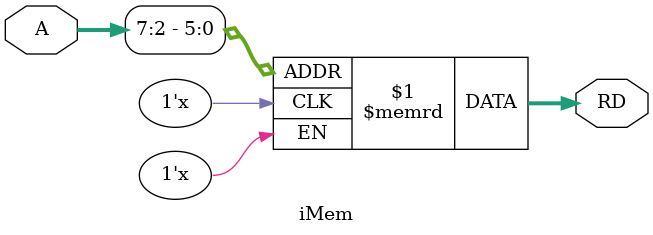
<source format=sv>
`timescale 1ns/1ps

module iMem(
  input  logic [31:0] A,
  output logic [31:0] RD
);
  logic [31:0] RAM[63:0]; // 256B cache
  // initial $readmemh("/Volumes/fileserver/Projects/cpu/program.txt", RAM); // Bootloader here
  assign RD = RAM[A[7:2]];//RAM[A[31:2]];
endmodule

</source>
